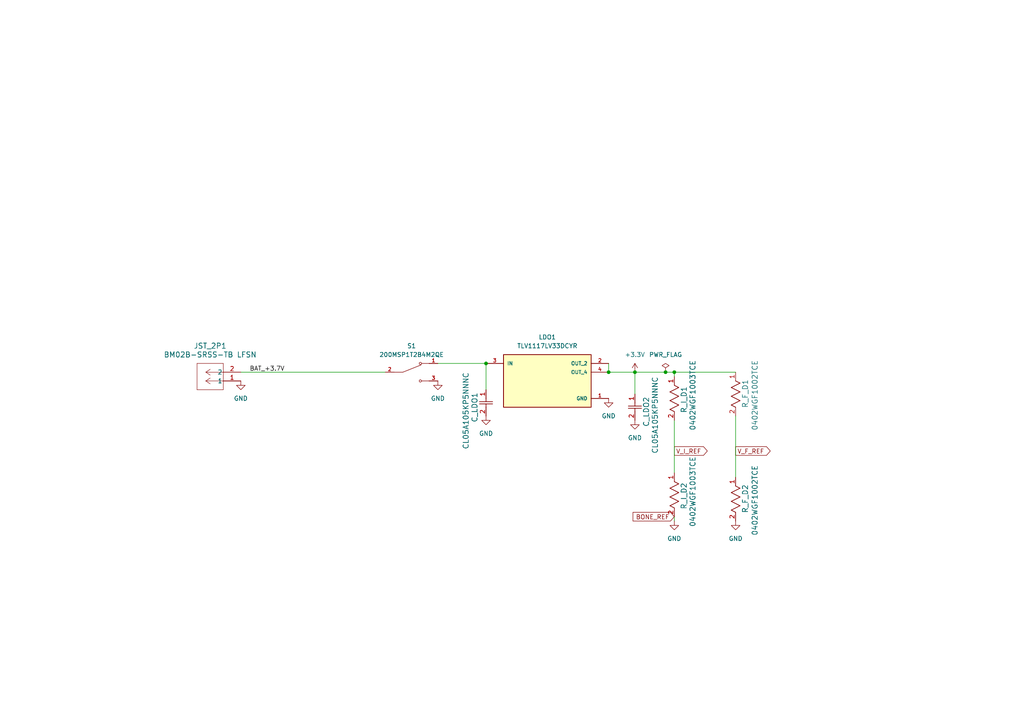
<source format=kicad_sch>
(kicad_sch (version 20231120) (generator "eeschema") (generator_version "8.0")
  (paper "A4")
  (title_block (title "Power and Reference") (date "2024-10-21") (rev "2") (company "FlexGlO"))
  (lib_symbols
    (symbol "200MSP1T2B4M2QE:200MSP1T2B4M2QE" (pin_names (offset 1.016))
      (property "Reference" "S" (at -2.54 5.08 0))
      (property "Value" "200MSP1T2B4M2QE" (at -2.54 -5.08 0))
      (symbol "200MSP1T2B4M2QE_0_0"
        (polyline (pts (xy -2.54 0) (xy -5.08 0)) (stroke (width 0.1524)))
        (polyline (pts (xy -2.54 0) (xy 2.794 2.1336)) (stroke (width 0.1524)))
        (polyline (pts (xy 5.08 -2.54) (xy 2.921 -2.54)) (stroke (width 0.1524)))
        (polyline (pts (xy 5.08 2.54) (xy 2.921 2.54)) (stroke (width 0.1524)))
        (circle (center 2.54 -2.54) (radius 0.3302) (stroke (width 0.1524)))
        (circle (center 2.54 2.54) (radius 0.3302) (stroke (width 0.1524)))
        (pin passive line (at 7.62 2.54 180) (length 2.54) (name "~") (number "1"))
        (pin passive line (at -7.62 0 0) (length 2.54) (name "~") (number "2"))
        (pin passive line (at 7.62 -2.54 180) (length 2.54) (name "~") (number "3"))
      )
    )
    (symbol "2024-10-21_18-07-41:BM02B-SRSS-TB_LFSN" (pin_names (offset 0.254))
      (property "Reference" "J" (at 8.89 6.35 0))
      (property "Value" "BM02B-SRSS-TB LFSN" (at 0 0 0))
      (symbol "BM02B-SRSS-TB_LFSN_1_1"
        (polyline (pts (xy 5.08 -5.08) (xy 12.7 -5.08)) (stroke (width 0.127)))
        (polyline (pts (xy 5.08 2.54) (xy 5.08 -5.08)) (stroke (width 0.127)))
        (polyline (pts (xy 10.16 -2.54) (xy 5.08 -2.54)) (stroke (width 0.127)))
        (polyline (pts (xy 10.16 -2.54) (xy 8.89 -3.3867)) (stroke (width 0.127)))
        (polyline (pts (xy 10.16 -2.54) (xy 8.89 -1.6933)) (stroke (width 0.127)))
        (polyline (pts (xy 10.16 0) (xy 5.08 0)) (stroke (width 0.127)))
        (polyline (pts (xy 10.16 0) (xy 8.89 -0.8467)) (stroke (width 0.127)))
        (polyline (pts (xy 10.16 0) (xy 8.89 0.8467)) (stroke (width 0.127)))
        (polyline (pts (xy 12.7 -5.08) (xy 12.7 2.54)) (stroke (width 0.127)))
        (polyline (pts (xy 12.7 2.54) (xy 5.08 2.54)) (stroke (width 0.127)))
        (pin unspecified line (at 0 0 0) (length 5.08) (name "1") (number "1"))
        (pin unspecified line (at 0 -2.54 0) (length 5.08) (name "2") (number "2"))
      )
      (symbol "BM02B-SRSS-TB_LFSN_1_2"
        (polyline (pts (xy 5.08 -5.08) (xy 12.7 -5.08)) (stroke (width 0.127)))
        (polyline (pts (xy 5.08 2.54) (xy 5.08 -5.08)) (stroke (width 0.127)))
        (polyline (pts (xy 7.62 -2.54) (xy 5.08 -2.54)) (stroke (width 0.127)))
        (polyline (pts (xy 7.62 -2.54) (xy 8.89 -3.3867)) (stroke (width 0.127)))
        (polyline (pts (xy 7.62 -2.54) (xy 8.89 -1.6933)) (stroke (width 0.127)))
        (polyline (pts (xy 7.62 0) (xy 5.08 0)) (stroke (width 0.127)))
        (polyline (pts (xy 7.62 0) (xy 8.89 -0.8467)) (stroke (width 0.127)))
        (polyline (pts (xy 7.62 0) (xy 8.89 0.8467)) (stroke (width 0.127)))
        (polyline (pts (xy 12.7 -5.08) (xy 12.7 2.54)) (stroke (width 0.127)))
        (polyline (pts (xy 12.7 2.54) (xy 5.08 2.54)) (stroke (width 0.127)))
        (pin unspecified line (at 0 0 0) (length 5.08) (name "1") (number "1"))
        (pin unspecified line (at 0 -2.54 0) (length 5.08) (name "2") (number "2"))
      )
    )
    (symbol "CL05A105KO5NNNC:CL05A105KO5NNNC" (pin_names (offset 0.254))
      (property "Reference" "C" (at 3.81 3.81 0))
      (property "Value" "CL05A105KO5NNNC" (at 3.81 -3.81 0))
      (symbol "CL05A105KO5NNNC_1_1"
        (polyline (pts (xy 2.54 0) (xy 3.4798 0)) (stroke (width 0.2032)))
        (polyline (pts (xy 3.4798 -1.905) (xy 3.4798 1.905)) (stroke (width 0.2032)))
        (polyline (pts (xy 4.1148 -1.905) (xy 4.1148 1.905)) (stroke (width 0.2032)))
        (polyline (pts (xy 4.1148 0) (xy 5.08 0)) (stroke (width 0.2032)))
        (pin unspecified line (at 0 0 0) (length 2.54) (name "") (number "1"))
        (pin unspecified line (at 7.62 0 180) (length 2.54) (name "") (number "2"))
      )
      (symbol "CL05A105KO5NNNC_1_2"
        (polyline (pts (xy -1.905 -4.1148) (xy 1.905 -4.1148)) (stroke (width 0.2032)))
        (polyline (pts (xy -1.905 -3.4798) (xy 1.905 -3.4798)) (stroke (width 0.2032)))
        (polyline (pts (xy 0 -4.1148) (xy 0 -5.08)) (stroke (width 0.2032)))
        (polyline (pts (xy 0 -2.54) (xy 0 -3.4798)) (stroke (width 0.2032)))
        (pin unspecified line (at 0 0 270) (length 2.54) (name "") (number "1"))
        (pin unspecified line (at 0 -7.62 90) (length 2.54) (name "") (number "2"))
      )
    )
    (symbol "GND_1" (power) (pin_numbers hide) (pin_names (offset 0) hide)
      (property "Value" "GND" (at 0 -3.81 0))
      (symbol "GND_1_0_1"
        (polyline (pts (xy 0 0) (xy 0 -1.27) (xy 1.27 -1.27) (xy 0 -2.54) (xy -1.27 -1.27) (xy 0 -1.27)))
      )
      (symbol "GND_1_1_1"
        (pin power_in line (at 0 0 270) (length 0) (name "~") (number "1"))
      )
    )
    (symbol "GND_2" (power) (pin_numbers hide) (pin_names (offset 0) hide)
      (property "Value" "GND" (at 0 -3.81 0))
      (symbol "GND_2_0_1"
        (polyline (pts (xy 0 0) (xy 0 -1.27) (xy 1.27 -1.27) (xy 0 -2.54) (xy -1.27 -1.27) (xy 0 -1.27)))
      )
      (symbol "GND_2_1_1"
        (pin power_in line (at 0 0 270) (length 0) (name "~") (number "1"))
      )
    )
    (symbol "RC0402FR-07100KL:RC0402FR-07100KL" (pin_names (offset 0.254))
      (property "Reference" "R" (at 5.715 3.81 0))
      (property "Value" "RC0402FR-07100KL" (at 6.35 -3.81 0))
      (symbol "RC0402FR-07100KL_1_1"
        (polyline (pts (xy 2.54 0) (xy 3.175 1.27)) (stroke (width 0.2032)))
        (polyline (pts (xy 3.175 1.27) (xy 4.445 -1.27)) (stroke (width 0.2032)))
        (polyline (pts (xy 4.445 -1.27) (xy 5.715 1.27)) (stroke (width 0.2032)))
        (polyline (pts (xy 5.715 1.27) (xy 6.985 -1.27)) (stroke (width 0.2032)))
        (polyline (pts (xy 6.985 -1.27) (xy 8.255 1.27)) (stroke (width 0.2032)))
        (polyline (pts (xy 8.255 1.27) (xy 9.525 -1.27)) (stroke (width 0.2032)))
        (polyline (pts (xy 9.525 -1.27) (xy 10.16 0)) (stroke (width 0.2032)))
        (pin unspecified line (at 12.7 0 180) (length 2.54) (name "") (number "1"))
        (pin unspecified line (at 0 0 0) (length 2.54) (name "") (number "2"))
      )
      (symbol "RC0402FR-07100KL_1_2"
        (polyline (pts (xy -1.27 3.175) (xy 1.27 4.445)) (stroke (width 0.2032)))
        (polyline (pts (xy -1.27 5.715) (xy 1.27 6.985)) (stroke (width 0.2032)))
        (polyline (pts (xy -1.27 8.255) (xy 1.27 9.525)) (stroke (width 0.2032)))
        (polyline (pts (xy 0 2.54) (xy -1.27 3.175)) (stroke (width 0.2032)))
        (polyline (pts (xy 1.27 4.445) (xy -1.27 5.715)) (stroke (width 0.2032)))
        (polyline (pts (xy 1.27 6.985) (xy -1.27 8.255)) (stroke (width 0.2032)))
        (polyline (pts (xy 1.27 9.525) (xy 0 10.16)) (stroke (width 0.2032)))
        (pin unspecified line (at 0 12.7 270) (length 2.54) (name "") (number "1"))
        (pin unspecified line (at 0 0 90) (length 2.54) (name "") (number "2"))
      )
    )
    (symbol "RC0402FR-0710KL:RC0402FR-0710KL" (pin_names (offset 0.254))
      (property "Reference" "R" (at 5.715 3.81 0))
      (property "Value" "RC0402FR-0710KL" (at 6.35 -3.81 0))
      (symbol "RC0402FR-0710KL_1_1"
        (polyline (pts (xy 2.54 0) (xy 3.175 1.27)) (stroke (width 0.2032)))
        (polyline (pts (xy 3.175 1.27) (xy 4.445 -1.27)) (stroke (width 0.2032)))
        (polyline (pts (xy 4.445 -1.27) (xy 5.715 1.27)) (stroke (width 0.2032)))
        (polyline (pts (xy 5.715 1.27) (xy 6.985 -1.27)) (stroke (width 0.2032)))
        (polyline (pts (xy 6.985 -1.27) (xy 8.255 1.27)) (stroke (width 0.2032)))
        (polyline (pts (xy 8.255 1.27) (xy 9.525 -1.27)) (stroke (width 0.2032)))
        (polyline (pts (xy 9.525 -1.27) (xy 10.16 0)) (stroke (width 0.2032)))
        (pin unspecified line (at 12.7 0 180) (length 2.54) (name "") (number "1"))
        (pin unspecified line (at 0 0 0) (length 2.54) (name "") (number "2"))
      )
      (symbol "RC0402FR-0710KL_1_2"
        (polyline (pts (xy -1.27 3.175) (xy 1.27 4.445)) (stroke (width 0.2032)))
        (polyline (pts (xy -1.27 5.715) (xy 1.27 6.985)) (stroke (width 0.2032)))
        (polyline (pts (xy -1.27 8.255) (xy 1.27 9.525)) (stroke (width 0.2032)))
        (polyline (pts (xy 0 2.54) (xy -1.27 3.175)) (stroke (width 0.2032)))
        (polyline (pts (xy 1.27 4.445) (xy -1.27 5.715)) (stroke (width 0.2032)))
        (polyline (pts (xy 1.27 6.985) (xy -1.27 8.255)) (stroke (width 0.2032)))
        (polyline (pts (xy 1.27 9.525) (xy 0 10.16)) (stroke (width 0.2032)))
        (pin unspecified line (at 0 12.7 270) (length 2.54) (name "") (number "1"))
        (pin unspecified line (at 0 0 90) (length 2.54) (name "") (number "2"))
      )
    )
    (symbol "TLV1117LV33DCYR:TLV1117LV33DCYR" (pin_names (offset 1.016))
      (property "Reference" "LDO1" (at 0 12.7 0))
      (property "Value" "TLV1117LV33DCYR" (at 0 10.16 0))
      (symbol "TLV1117LV33DCYR_0_0"
        (rectangle (start -12.7 -7.62) (end 12.7 7.62) (stroke (width 0.254)) (fill (type background)))
        (pin power_in line (at 17.78 -5.08 180) (length 5.08) (name "GND") (number "1"))
        (pin input line (at -17.78 5.08 0) (length 5.08) (name "IN") (number "3"))
      )
      (symbol "TLV1117LV33DCYR_1_0"
        (pin unspecified line (at 17.78 5.08 180) (length 5.08) (name "OUT_2") (number "2"))
        (pin power_in line (at 17.78 2.54 180) (length 5.08) (name "OUT_4") (number "4"))
      )
    )
    (symbol "power:+3.3V" (power) (pin_names (offset 0))
      (property "Value" "+3.3V" (at 0 3.556 0))
      (symbol "+3.3V_0_1"
        (polyline (pts (xy -0.762 1.27) (xy 0 2.54)))
        (polyline (pts (xy 0 0) (xy 0 2.54)))
        (polyline (pts (xy 0 2.54) (xy 0.762 1.27)))
      )
      (symbol "+3.3V_1_1"
        (pin power_in line (at 0 0 90) (length 0) hide (name "+3.3V") (number "1"))
      )
    )
    (symbol "power:GND" (power) (pin_names (offset 0))
      (property "Value" "GND" (at 0 -3.81 0))
      (symbol "GND_0_1"
        (polyline (pts (xy 0 0) (xy 0 -1.27) (xy 1.27 -1.27) (xy 0 -2.54) (xy -1.27 -1.27) (xy 0 -1.27)))
      )
      (symbol "GND_1_1"
        (pin power_in line (at 0 0 270) (length 0) hide (name "GND") (number "1"))
      )
    )
    (symbol "power:PWR_FLAG" (power) (pin_numbers hide) (pin_names (offset 0) hide)
      (property "Value" "PWR_FLAG" (at 0 3.81 0))
      (symbol "PWR_FLAG_0_0"
        (pin power_out line (at 0 0 90) (length 0) (name "pwr") (number "1"))
      )
      (symbol "PWR_FLAG_0_1"
        (polyline (pts (xy 0 0) (xy 0 1.27) (xy -1.016 1.905) (xy 0 2.54) (xy 1.016 1.905) (xy 0 1.27)))
      )
    )
  )
  (junction (at 193.04 107.95))
  (junction (at 195.58 107.95))
  (junction (at 176.53 107.95))
  (junction (at 184.15 107.95))
  (junction (at 140.97 105.41))
  (wire (pts (xy 184.15 107.95) (xy 184.15 114.3)))
  (wire (pts (xy 176.53 105.41) (xy 176.53 107.95)))
  (wire (pts (xy 140.97 105.41) (xy 140.97 113.03)))
  (wire (pts (xy 195.58 109.22) (xy 195.58 107.95)))
  (wire (pts (xy 213.36 120.65) (xy 213.36 138.43)))
  (wire (pts (xy 193.04 107.95) (xy 195.58 107.95)))
  (wire (pts (xy 184.15 107.95) (xy 193.04 107.95)))
  (wire (pts (xy 127 105.41) (xy 140.97 105.41)))
  (wire (pts (xy 69.85 107.95) (xy 111.76 107.95)))
  (wire (pts (xy 195.58 107.95) (xy 213.36 107.95)))
  (wire (pts (xy 195.58 121.92) (xy 195.58 137.16)))
  (wire (pts (xy 176.53 107.95) (xy 184.15 107.95)))
  (wire (pts (xy 195.58 151.13) (xy 195.58 149.86)))
  (label "BAT_+3.7V" (at 72.39 107.95 0))
  (global_label "BONE_REF" (shape input) (at 195.58 149.86 180) (property "Intersheetrefs" "${INTERSHEET_REFS}" (effects (hide yes))))
  (global_label "V_I_REF" (shape output) (at 195.58 130.81 0) (property "Intersheetrefs" "${INTERSHEET_REFS}" (effects (hide yes))))
  (global_label "V_F_REF" (shape output) (at 213.36 130.81 0) (property "Intersheetrefs" "${INTERSHEET_REFS}" (effects (hide yes))))
  (symbol (lib_name "GND_2") (lib_id "power:GND") (at 127 110.49 0) (unit 1)
    (property "Reference" "#PWR033" (effects (hide yes)))
    (property "Value" "GND" (at 127 115.57 0))
    (property "Description" "Power symbol creates a global label with name \"GND\" , ground" (effects (hide yes)))
  )
  (symbol (lib_id "RC0402FR-07100KL:RC0402FR-07100KL") (at 195.58 121.92 90) (unit 1)
    (property "Reference" "R_I_D1" (at 198.374 112.014 0) (effects (font (size 1.524 1.524)) (justify right)))
    (property "Value" "0402WGF1003TCE" (at 200.914 104.394 0) (effects (font (size 1.524 1.524)) (justify right)))
    (property "Footprint" "Resistor_SMD:R_0402_1005Metric" (effects (hide yes)))
    (property "Datasheet" "0402WGF1003TCE" (effects (hide yes)))
  )
  (symbol (lib_id "RC0402FR-0710KL:RC0402FR-0710KL") (at 213.36 120.65 90) (unit 1)
    (property "Reference" "R_F_D1" (at 216.154 109.982 0) (effects (font (size 1.524 1.524)) (justify right)))
    (property "Value" "0402WGF1002TCE" (at 218.948 104.394 0) (effects (font (size 1.524 1.524)) (justify right)))
    (property "Footprint" "Resistor_SMD:R_0402_1005Metric" (effects (hide yes)))
    (property "Datasheet" "0402WGF1002TCE" (effects (hide yes)))
  )
  (symbol (lib_id "power:GND") (at 184.15 121.92 0) (unit 1)
    (property "Reference" "#PWR047" (effects (hide yes)))
    (property "Value" "GND" (at 184.15 127 0))
  )
  (symbol (lib_id "RC0402FR-07100KL:RC0402FR-07100KL") (at 195.58 149.86 90) (unit 1)
    (property "Reference" "R_I_D2" (at 198.374 139.954 0) (effects (font (size 1.524 1.524)) (justify right)))
    (property "Value" "0402WGF1003TCE" (at 200.914 132.334 0) (effects (font (size 1.524 1.524)) (justify right)))
    (property "Footprint" "Resistor_SMD:R_0402_1005Metric" (effects (hide yes)))
    (property "Datasheet" "0402WGF1003TCE" (effects (hide yes)))
  )
  (symbol (lib_id "200MSP1T2B4M2QE:200MSP1T2B4M2QE") (at 119.38 107.95 0) (unit 1)
    (property "Reference" "S1" (at 119.38 100.33 0))
    (property "Value" "200MSP1T2B4M2QE" (at 119.38 102.87 0))
    (property "Footprint" "Footprints:SW_200MSP1T2B4M2QE" (effects (hide yes)))
    (property "PARTREV" "A" (effects (hide yes)))
    (property "STANDARD" "Manufacturer Recommendations" (effects (hide yes)))
    (property "SNAPEDA_PN" "200MSP3T1B1M2QEH" (effects (hide yes)))
    (property "MAXIMUM_PACKAGE_HEIGHT" "23.64 mm" (effects (hide yes)))
    (property "MANUFACTURER" "E-switch" (effects (hide yes)))
  )
  (symbol (lib_name "GND_1") (lib_id "power:GND") (at 195.58 151.13 0) (unit 1)
    (property "Reference" "#PWR034" (effects (hide yes)))
    (property "Value" "GND" (at 195.58 156.21 0))
    (property "Description" "Power symbol creates a global label with name \"GND\" , ground" (effects (hide yes)))
  )
  (symbol (lib_id "CL05A105KO5NNNC:CL05A105KO5NNNC") (at 184.15 114.3 270) (unit 1)
    (property "Reference" "C_LDO2" (at 187.452 115.062 0) (effects (font (size 1.524 1.524)) (justify left)))
    (property "Value" "CL05A105KP5NNNC" (at 189.992 109.22 0) (effects (font (size 1.524 1.524)) (justify left)))
    (property "Footprint" "Capacitor_SMD:C_0402_1005Metric" (effects (hide yes)))
    (property "Datasheet" "CL05A105KP5NNNC" (effects (hide yes)))
  )
  (symbol (lib_id "power:PWR_FLAG") (at 193.04 107.95 0) (unit 1)
    (property "Reference" "#FLG01" (effects (hide yes)))
    (property "Value" "PWR_FLAG" (at 193.04 102.87 0))
  )
  (symbol (lib_id "power:GND") (at 69.85 110.49 0) (unit 1)
    (property "Reference" "#PWR044" (effects (hide yes)))
    (property "Value" "GND" (at 69.85 115.57 0))
  )
  (symbol (lib_id "TLV1117LV33DCYR:TLV1117LV33DCYR") (at 158.75 110.49 0) (unit 1)
    (property "Reference" "LDO1" (at 158.75 97.79 0))
    (property "Value" "TLV1117LV33DCYR" (at 158.75 100.33 0))
    (property "Footprint" "Footprints:VREG_TLV1117LV33DCYR" (effects (hide yes)))
    (property "PARTREV" "B" (effects (hide yes)))
    (property "STANDARD" "IPC-7351B" (effects (hide yes)))
    (property "MAXIMUM_PACKAGE_HEIGHT" "1.80 mm" (effects (hide yes)))
    (property "MANUFACTURER" "Texas Instruments" (effects (hide yes)))
  )
  (symbol (lib_id "power:GND") (at 213.36 151.13 0) (unit 1)
    (property "Reference" "#PWR07" (effects (hide yes)))
    (property "Value" "GND" (at 213.36 156.21 0))
  )
  (symbol (lib_id "RC0402FR-0710KL:RC0402FR-0710KL") (at 213.36 151.13 90) (unit 1)
    (property "Reference" "R_F_D2" (at 216.154 140.462 0) (effects (font (size 1.524 1.524)) (justify right)))
    (property "Value" "0402WGF1002TCE" (at 218.948 134.874 0) (effects (font (size 1.524 1.524)) (justify right)))
    (property "Footprint" "Resistor_SMD:R_0402_1005Metric" (effects (hide yes)))
    (property "Datasheet" "0402WGF1002TCE" (effects (hide yes)))
  )
  (symbol (lib_id "CL05A105KO5NNNC:CL05A105KO5NNNC") (at 140.97 113.03 90) (mirror x) (unit 1)
    (property "Reference" "C_LDO1" (at 137.668 113.792 0) (effects (font (size 1.524 1.524)) (justify left)))
    (property "Value" "CL05A105KP5NNNC" (at 135.128 107.95 0) (effects (font (size 1.524 1.524)) (justify left)))
    (property "Footprint" "Capacitor_SMD:C_0402_1005Metric" (effects (hide yes)))
    (property "Datasheet" "CL05A105KP5NNNC" (effects (hide yes)))
  )
  (symbol (lib_id "power:+3.3V") (at 184.15 107.95 0) (unit 1)
    (property "Reference" "#PWR06" (effects (hide yes)))
    (property "Value" "+3.3V" (at 184.15 102.87 0))
  )
  (symbol (lib_id "power:GND") (at 176.53 115.57 0) (unit 1)
    (property "Reference" "#PWR045" (effects (hide yes)))
    (property "Value" "GND" (at 176.53 120.65 0))
  )
  (symbol (lib_id "2024-10-21_18-07-41:BM02B-SRSS-TB_LFSN") (at 69.85 110.49 180) (unit 1)
    (property "Reference" "JST_2P1" (at 60.96 100.33 0) (effects (font (size 1.524 1.524))))
    (property "Value" "BM02B-SRSS-TB LFSN" (at 60.96 102.87 0) (effects (font (size 1.524 1.524))))
    (property "Footprint" "Footprints:CONN_BM02B-SRSS-TB_JST" (effects (hide yes)))
    (property "Datasheet" "BM02B-SRSS-TB LFSN" (effects (hide yes)))
  )
  (symbol (lib_id "power:GND") (at 140.97 120.65 0) (unit 1)
    (property "Reference" "#PWR046" (effects (hide yes)))
    (property "Value" "GND" (at 140.97 125.73 0))
  )
)
</source>
